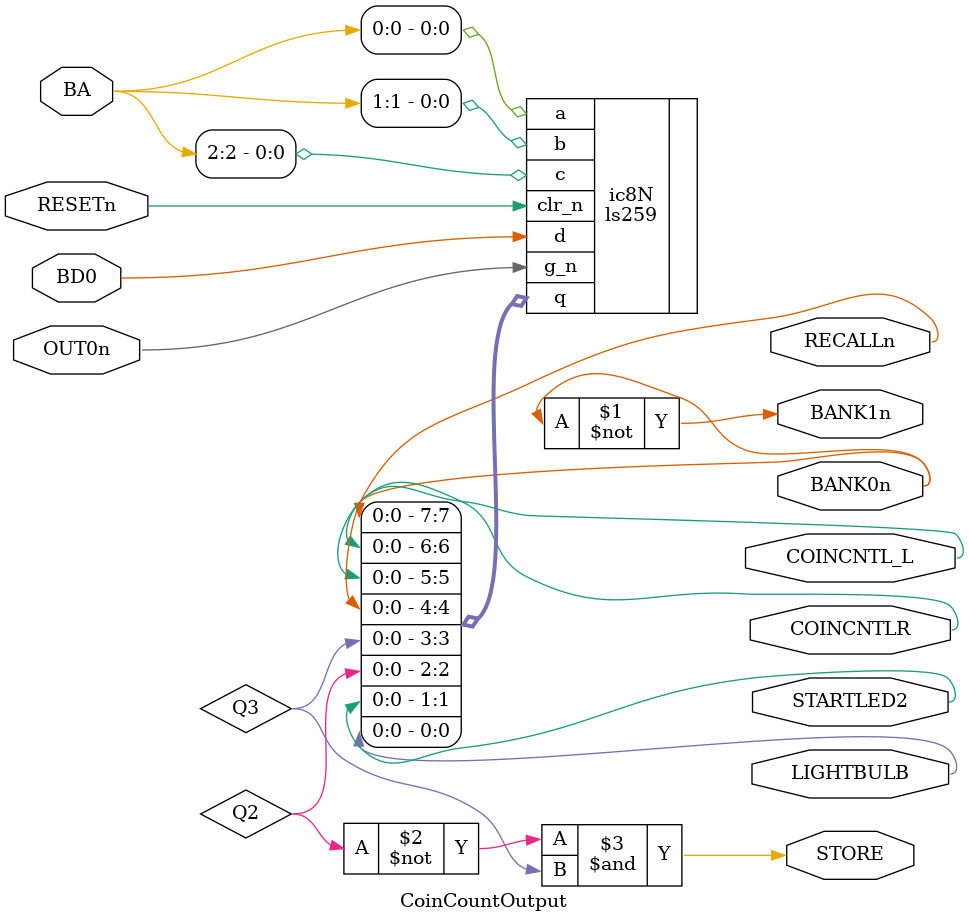
<source format=v>
module CoinCountOutput
(
   input RESETn, OUT0n, BD0,
   input [2:0] BA, 
    
   output BANK0n, BANK1n, 
   output COINCNTL_L, COINCNTLR,
   output RECALLn, STORE,
   output STARTLED2, LIGHTBULB
);
   
   wire Q2,Q3;
   ls259 ic8N
   (
      .a(BA[0]),
      .b(BA[1]),
      .c(BA[2]),
      .d(BD0),
      .g_n(OUT0n),
      .clr_n(RESETn),
      .q({BANK0n,COINCNTL_L,COINCNTLR,RECALLn,Q3,Q2,STARTLED2,LIGHTBULB})
   ); 

   assign BANK1n = ~BANK0n;
   assign STORE = ~Q2 & Q3;
   
endmodule
</source>
